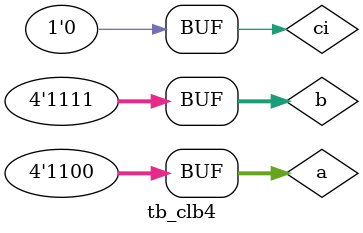
<source format=v>
`timescale 1ns/100ps
module tb_clb4;
	reg [3:0] a,b;
	reg ci;
	wire c1, c2, c3,co;
	
	clb4 clb4(a,b,ci,c1,c2,c3,co);
	
	initial begin
	a = 4'b0000; b = 4'b0000; ci = 1'b1;
	#10; b = 4'b1111;
	#10; ci = 1'b0;
	#10; a = 4'b1100;
	end
endmodule
</source>
